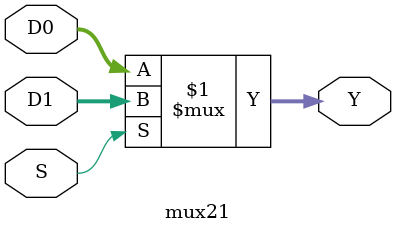
<source format=v>

module mux21 #(parameter data_width = 32) (S, D0, D1, Y);

    input S; 
    input [data_width-1 : 0] D0; 
    input [data_width-1 : 0] D1;
    output [data_width-1 : 0] Y;

    assign Y = S ? D1 : D0 ; 

endmodule

</source>
